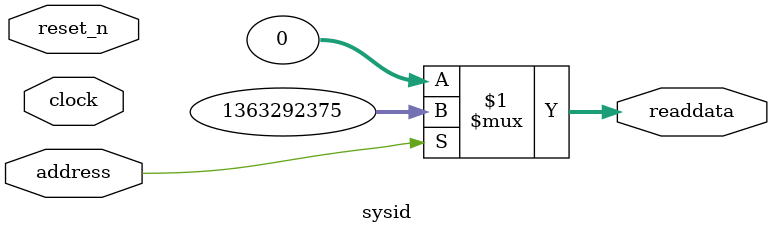
<source format=v>

`timescale 1ns / 1ps
// synthesis translate_on

// turn off superfluous verilog processor warnings 
// altera message_level Level1 
// altera message_off 10034 10035 10036 10037 10230 10240 10030 

module sysid (
               // inputs:
                address,
                clock,
                reset_n,

               // outputs:
                readdata
             )
;

  output  [ 31: 0] readdata;
  input            address;
  input            clock;
  input            reset_n;

  wire    [ 31: 0] readdata;
  //control_slave, which is an e_avalon_slave
  assign readdata = address ? 1363292375 : 0;

endmodule


</source>
